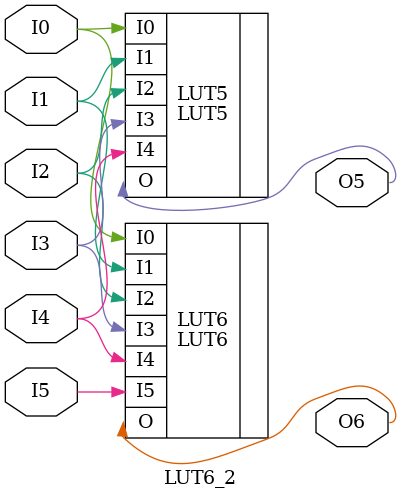
<source format=v>


// Permission is hereby granted, free of charge, to any person obtaining a copy
// of this software and associated documentation files (the "Software"), to deal
// in the Software without restriction, including without limitation the rights
// to use, copy, modify, merge, publish, distribute, sublicense, and/or sell
// copies of the Software, and to permit persons to whom the Software is
// furnished to do so, subject to the following conditions:

// The above copyright notice and this permission notice shall be included in all
// copies or substantial portions of the Software.

// THE SOFTWARE IS PROVIDED "AS IS", WITHOUT WARRANTY OF ANY KIND, EXPRESS OR
// IMPLIED, INCLUDING BUT NOT LIMITED TO THE WARRANTIES OF MERCHANTABILITY,
// FITNESS FOR A PARTICULAR PURPOSE AND NONINFRINGEMENT. IN NO EVENT SHALL THE
// AUTHORS OR COPYRIGHT HOLDERS BE LIABLE FOR ANY CLAIM, DAMAGES OR OTHER
// LIABILITY, WHETHER IN AN ACTION OF CONTRACT, TORT OR OTHERWISE, ARISING FROM,
// OUT OF OR IN CONNECTION WITH THE SOFTWARE OR THE USE OR OTHER DEALINGS IN THE
// SOFTWARE.


// This cell library file is used for replacement of some netlist
// cells before disguise.
//
// Example usage: techmap -map <this-file>

// For a LUT6_2 cell in a netlist file, SDF file contains one LUT6 and
// one LUT5. The following mapping makes the netlist to have the same
// structure as the SDF file.

module LUT6_2(output O6, output O5, input I0, I1, I2, I3, I4, I5);
   parameter [63:0] INIT = 0;
   LUT6 #(.INIT(INIT)) LUT6 (
     .O(O6),
     .I0(I0),
     .I1(I1),
     .I2(I2),
     .I3(I3),
     .I4(I4),
     .I5(I5));
   LUT5 #(.INIT(INIT[31:0])) LUT5 (
     .O(O5),
     .I0(I0),
     .I1(I1),
     .I2(I2),
     .I3(I3),
     .I4(I4));
endmodule

</source>
